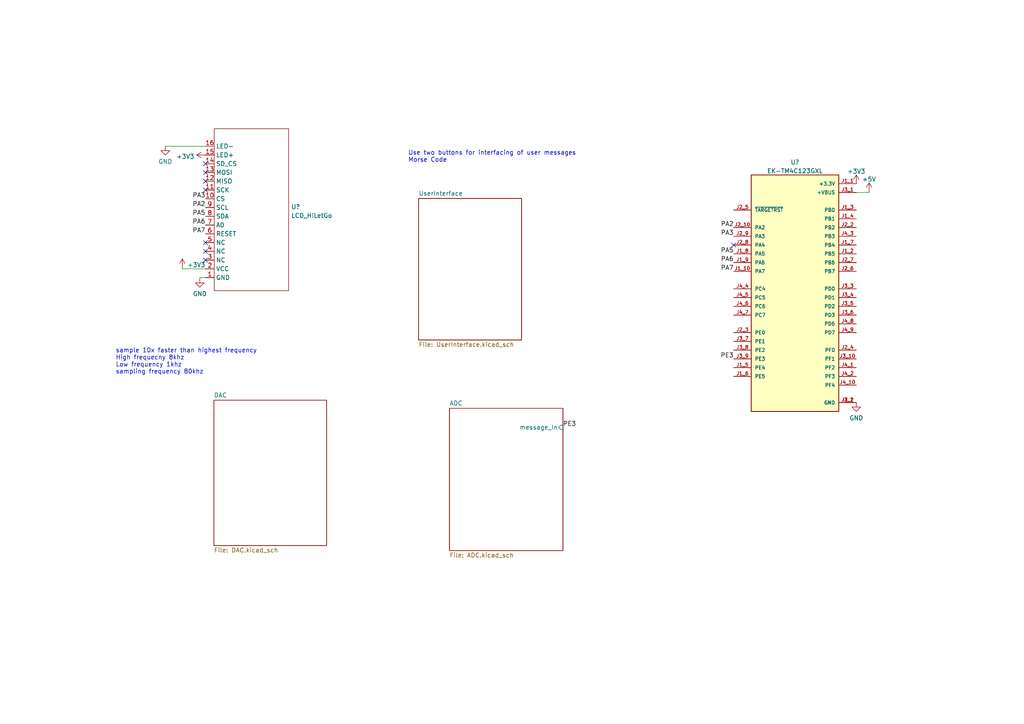
<source format=kicad_sch>
(kicad_sch (version 20211123) (generator eeschema)
  (paper "A4")
  (lib_symbols
    (symbol "HiLetGo_LCD_Screen:EK-TM4C123GXL" (pin_names (offset 1.016))
      (property "Reference" "U" (at -12.7367 34.3099 0))
      (property "Value" "EK-TM4C123GXL" (at -12.7129 -38.1075 0))
      (symbol "EK-TM4C123GXL_0_0"
        (rectangle (start -12.7 -35.56) (end 12.7 33.02) (stroke (width 0.254)) (fill (type background)))
        (pin power_in line (at 17.78 30.48 180) (length 5.08) (name "+3.3V") (number "J1_1"))
        (pin bidirectional line (at -17.78 5.08 0) (length 5.08) (name "PA7") (number "J1_10"))
        (pin bidirectional line (at 17.78 10.16 180) (length 5.08) (name "PB5") (number "J1_2"))
        (pin bidirectional line (at 17.78 22.86 180) (length 5.08) (name "PB0") (number "J1_3"))
        (pin bidirectional line (at 17.78 20.32 180) (length 5.08) (name "PB1") (number "J1_4"))
        (pin bidirectional line (at -17.78 -22.86 0) (length 5.08) (name "PE4") (number "J1_5"))
        (pin bidirectional line (at -17.78 -25.4 0) (length 5.08) (name "PE5") (number "J1_6"))
        (pin bidirectional line (at 17.78 12.7 180) (length 5.08) (name "PB4") (number "J1_7"))
        (pin bidirectional line (at -17.78 10.16 0) (length 5.08) (name "PA5") (number "J1_8"))
        (pin bidirectional line (at -17.78 7.62 0) (length 5.08) (name "PA6") (number "J1_9"))
        (pin power_in line (at 17.78 -33.02 180) (length 5.08) (name "GND") (number "J2_1"))
        (pin bidirectional line (at -17.78 17.78 0) (length 5.08) (name "PA2") (number "J2_10"))
        (pin bidirectional line (at 17.78 17.78 180) (length 5.08) (name "PB2") (number "J2_2"))
        (pin bidirectional line (at -17.78 -12.7 0) (length 5.08) (name "PE0") (number "J2_3"))
        (pin bidirectional line (at 17.78 -17.78 180) (length 5.08) (name "PF0") (number "J2_4"))
        (pin input line (at -17.78 22.86 0) (length 5.08) (name "~{TARGETRST}") (number "J2_5"))
        (pin bidirectional line (at 17.78 5.08 180) (length 5.08) (name "PB7") (number "J2_6"))
        (pin bidirectional line (at 17.78 7.62 180) (length 5.08) (name "PB6") (number "J2_7"))
        (pin bidirectional line (at -17.78 12.7 0) (length 5.08) (name "PA4") (number "J2_8"))
        (pin bidirectional line (at -17.78 15.24 0) (length 5.08) (name "PA3") (number "J2_9"))
        (pin power_in line (at 17.78 27.94 180) (length 5.08) (name "+VBUS") (number "J3_1"))
        (pin bidirectional line (at 17.78 -20.32 180) (length 5.08) (name "PF1") (number "J3_10"))
        (pin power_in line (at 17.78 -33.02 180) (length 5.08) (name "GND") (number "J3_2"))
        (pin bidirectional line (at 17.78 0 180) (length 5.08) (name "PD0") (number "J3_3"))
        (pin bidirectional line (at 17.78 -2.54 180) (length 5.08) (name "PD1") (number "J3_4"))
        (pin bidirectional line (at 17.78 -5.08 180) (length 5.08) (name "PD2") (number "J3_5"))
        (pin bidirectional line (at 17.78 -7.62 180) (length 5.08) (name "PD3") (number "J3_6"))
        (pin bidirectional line (at -17.78 -15.24 0) (length 5.08) (name "PE1") (number "J3_7"))
        (pin bidirectional line (at -17.78 -17.78 0) (length 5.08) (name "PE2") (number "J3_8"))
        (pin bidirectional line (at -17.78 -20.32 0) (length 5.08) (name "PE3") (number "J3_9"))
        (pin bidirectional line (at 17.78 -22.86 180) (length 5.08) (name "PF2") (number "J4_1"))
        (pin bidirectional line (at 17.78 -27.94 180) (length 5.08) (name "PF4") (number "J4_10"))
        (pin bidirectional line (at 17.78 -25.4 180) (length 5.08) (name "PF3") (number "J4_2"))
        (pin bidirectional line (at 17.78 15.24 180) (length 5.08) (name "PB3") (number "J4_3"))
        (pin bidirectional line (at -17.78 0 0) (length 5.08) (name "PC4") (number "J4_4"))
        (pin bidirectional line (at -17.78 -2.54 0) (length 5.08) (name "PC5") (number "J4_5"))
        (pin bidirectional line (at -17.78 -5.08 0) (length 5.08) (name "PC6") (number "J4_6"))
        (pin bidirectional line (at -17.78 -7.62 0) (length 5.08) (name "PC7") (number "J4_7"))
        (pin bidirectional line (at 17.78 -10.16 180) (length 5.08) (name "PD6") (number "J4_8"))
        (pin bidirectional line (at 17.78 -12.7 180) (length 5.08) (name "PD7") (number "J4_9"))
      )
    )
    (symbol "HiLetGo_LCD_Screen:LCD_HiLetGo"
      (property "Reference" "U?" (at 12.1412 -1.0703 0))
      (property "Value" "LCD_HiLetGo" (at 12.1412 -3.6072 0))
      (symbol "LCD_HiLetGo_0_1"
        (rectangle (start -10.16 21.59) (end 11.43 -25.4) (stroke (width 0.1524)))
      )
      (symbol "LCD_HiLetGo_1_1"
        (pin input line (at -12.7 -21.59 0) (length 2.54) (name "GND") (number "1"))
        (pin input line (at -12.7 1.27 0) (length 2.54) (name "CS") (number "10"))
        (pin input line (at -12.7 3.81 0) (length 2.54) (name "SCK") (number "11"))
        (pin input line (at -12.7 6.35 0) (length 2.54) (name "MISO") (number "12"))
        (pin input line (at -12.7 8.89 0) (length 2.54) (name "MOSI") (number "13"))
        (pin input line (at -12.7 11.43 0) (length 2.54) (name "SD_CS") (number "14"))
        (pin input line (at -12.7 13.97 0) (length 2.54) (name "LED+") (number "15"))
        (pin input line (at -12.7 16.51 0) (length 2.54) (name "LED-") (number "16"))
        (pin input line (at -12.7 -19.05 0) (length 2.54) (name "VCC") (number "2"))
        (pin input line (at -12.7 -16.51 0) (length 2.54) (name "NC") (number "3"))
        (pin input line (at -12.7 -13.97 0) (length 2.54) (name "NC") (number "4"))
        (pin input line (at -12.7 -11.43 0) (length 2.54) (name "NC") (number "5"))
        (pin input line (at -12.7 -8.89 0) (length 2.54) (name "RESET") (number "6"))
        (pin input line (at -12.7 -6.35 0) (length 2.54) (name "A0") (number "7"))
        (pin input line (at -12.7 -3.81 0) (length 2.54) (name "SDA") (number "8"))
        (pin input line (at -12.7 -1.27 0) (length 2.54) (name "SCL") (number "9"))
      )
    )
    (symbol "power:+3V3" (power) (pin_names (offset 0))
      (property "Value" "+3V3" (at 0 3.556 0))
      (symbol "+3V3_0_1"
        (polyline (pts (xy -0.762 1.27) (xy 0 2.54)))
        (polyline (pts (xy 0 0) (xy 0 2.54)))
        (polyline (pts (xy 0 2.54) (xy 0.762 1.27)))
      )
      (symbol "+3V3_1_1"
        (pin power_in line (at 0 0 90) (length 0) hide (name "+3V3") (number "1"))
      )
    )
    (symbol "power:+5V" (power) (pin_names (offset 0))
      (property "Value" "+5V" (at 0 3.556 0))
      (symbol "+5V_0_1"
        (polyline (pts (xy -0.762 1.27) (xy 0 2.54)))
        (polyline (pts (xy 0 0) (xy 0 2.54)))
        (polyline (pts (xy 0 2.54) (xy 0.762 1.27)))
      )
      (symbol "+5V_1_1"
        (pin power_in line (at 0 0 90) (length 0) hide (name "+5V") (number "1"))
      )
    )
    (symbol "power:GND" (power) (pin_names (offset 0))
      (property "Value" "GND" (at 0 -3.81 0))
      (symbol "GND_0_1"
        (polyline (pts (xy 0 0) (xy 0 -1.27) (xy 1.27 -1.27) (xy 0 -2.54) (xy -1.27 -1.27) (xy 0 -1.27)))
      )
      (symbol "GND_1_1"
        (pin power_in line (at 0 0 270) (length 0) hide (name "GND") (number "1"))
      )
    )
  )
  (no_connect (at 59.5884 55.118))
  (no_connect (at 212.8012 71.0692))
  (no_connect (at 59.5884 70.358))
  (no_connect (at 59.5884 72.898))
  (no_connect (at 59.5884 75.438))
  (no_connect (at 59.5884 47.498))
  (no_connect (at 59.5884 50.038))
  (no_connect (at 59.5884 52.578))
  (wire (pts (xy 248.3612 55.8292) (xy 252.0696 55.8292)))
  (wire (pts (xy 52.8828 77.978) (xy 52.8828 77.6732)))
  (wire (pts (xy 59.5884 77.978) (xy 52.8828 77.978)))
  (wire (pts (xy 252.0696 55.8292) (xy 252.0696 55.5752)))
  (wire (pts (xy 47.9552 42.418) (xy 59.5884 42.418)))
  (wire (pts (xy 57.9628 80.518) (xy 57.9628 80.772)))
  (wire (pts (xy 59.5884 80.518) (xy 57.9628 80.518)))
  (text "Use two buttons for interfacing of user messages\nMorse Code" (at 118.364 47.244 0) (effects (font (size 1.27 1.27)) (justify left bottom)))
  (text "sample 10x faster than highest frequency\nHigh frequecny 8khz\nLow frequency 1khz\nsampling frequency 80khz" (at 33.528 108.6612 0) (effects (font (size 1.27 1.27)) (justify left bottom)))
  (label "PA5" (at 212.8012 73.6092 180))
  (label "PE3" (at 212.8012 104.0892 180))
  (label "PA2" (at 212.8012 65.9892 180))
  (label "PA3" (at 212.8012 68.5292 180))
  (label "PE3" (at 163.2712 123.952 0))
  (label "PA2" (at 59.5884 60.198 180))
  (label "PA7" (at 212.8012 78.6892 180))
  (label "PA3" (at 59.5884 57.658 180))
  (label "PA6" (at 212.8012 76.1492 180))
  (label "PA5" (at 59.5884 62.738 180))
  (label "PA7" (at 59.5884 67.818 180))
  (label "PA6" (at 59.5884 65.278 180))
  (symbol (lib_id "power:+5V") (at 252.0696 55.5752 0) (unit 1)
    (property "Reference" "#PWR?" (effects hide))
    (property "Value" "+5V" (at 252.0696 51.9994 0))
  )
  (symbol (lib_id "power:GND") (at 57.9628 80.772 0) (unit 1)
    (property "Reference" "#PWR?" (effects hide))
    (property "Value" "GND" (at 57.9628 85.2154 0))
  )
  (symbol (lib_id "power:GND") (at 248.3612 116.7892 0) (unit 1)
    (property "Reference" "#PWR?" (effects hide))
    (property "Value" "GND" (at 248.3612 121.2326 0))
  )
  (symbol (lib_id "HiLetGo_LCD_Screen:EK-TM4C123GXL") (at 230.5812 83.7692 0) (unit 1)
    (property "Reference" "U?" (at 230.5812 47.0494 0))
    (property "Value" "EK-TM4C123GXL" (at 230.5812 49.5863 0))
    (property "Footprint" "MODULE_EK-TM4C123GXL" (effects hide))
    (property "PARTREV" "April 2013" (effects hide))
    (property "MANUFACTURER" "Texas Instruments" (effects hide))
    (property "STANDARD" "Manufacturer Recommendations" (effects hide))
    (property "MAXIMUM_PACKAGE_HIEGHT" "N/A" (effects hide))
  )
  (symbol (lib_id "power:+3V3") (at 248.3612 53.2892 0) (unit 1)
    (property "Reference" "#PWR?" (effects hide))
    (property "Value" "+3V3" (at 248.3612 49.7134 0))
  )
  (symbol (lib_id "power:+3V3") (at 59.5884 44.958 90) (unit 1)
    (property "Reference" "#PWR?" (effects hide))
    (property "Value" "+3V3" (at 56.4134 45.3918 90) (effects (justify left)))
  )
  (symbol (lib_id "power:GND") (at 47.9552 42.418 0) (unit 1)
    (property "Reference" "#PWR?" (effects hide))
    (property "Value" "GND" (at 47.9552 46.8614 0))
  )
  (symbol (lib_id "power:+3V3") (at 52.8828 77.6732 0) (unit 1)
    (property "Reference" "#PWR?" (effects hide))
    (property "Value" "+3V3" (at 54.2798 76.837 0) (effects (justify left)))
  )
  (symbol (lib_id "HiLetGo_LCD_Screen:LCD_HiLetGo") (at 72.2884 58.928 0) (unit 1)
    (property "Reference" "U?" (at 84.4296 59.9983 0) (effects (justify left)))
    (property "Value" "LCD_HiLetGo" (at 84.4296 62.5352 0) (effects (justify left)))
  )
  (sheet (at 121.412 57.5564) (size 29.8704 41.0464) (stroke (width 0.1524))
    (property "Sheet name" "UserInterface" (at 121.412 56.8448 0) (effects (justify left bottom)))
    (property "Sheet file" "UserInterface.kicad_sch" (at 121.412 99.1874 0) (effects (justify left top)))
  )
  (sheet (at 62.0268 116.078) (size 32.7152 42.164) (stroke (width 0.1524))
    (property "Sheet name" "DAC" (at 62.0268 115.3664 0) (effects (justify left bottom)))
    (property "Sheet file" "DAC.kicad_sch" (at 62.0268 158.8266 0) (effects (justify left top)))
  )
  (sheet (at 130.3528 118.4148) (size 32.9184 41.3004) (stroke (width 0.1524))
    (property "Sheet name" "ADC" (at 130.3528 117.7032 0) (effects (justify left bottom)))
    (property "Sheet file" "ADC.kicad_sch" (at 130.3528 160.2998 0) (effects (justify left top)))
    (pin "message_In" input (at 163.2712 123.952 0))
  )
)
</source>
